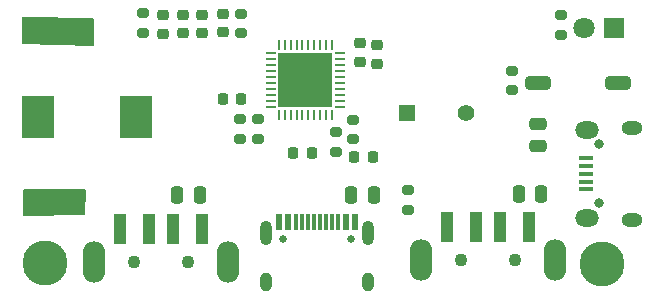
<source format=gbr>
%TF.GenerationSoftware,KiCad,Pcbnew,9.0.3*%
%TF.CreationDate,2025-09-25T12:47:50+01:00*%
%TF.ProjectId,power_bank,706f7765-725f-4626-916e-6b2e6b696361,rev?*%
%TF.SameCoordinates,Original*%
%TF.FileFunction,Soldermask,Top*%
%TF.FilePolarity,Negative*%
%FSLAX46Y46*%
G04 Gerber Fmt 4.6, Leading zero omitted, Abs format (unit mm)*
G04 Created by KiCad (PCBNEW 9.0.3) date 2025-09-25 12:47:50*
%MOMM*%
%LPD*%
G01*
G04 APERTURE LIST*
G04 Aperture macros list*
%AMRoundRect*
0 Rectangle with rounded corners*
0 $1 Rounding radius*
0 $2 $3 $4 $5 $6 $7 $8 $9 X,Y pos of 4 corners*
0 Add a 4 corners polygon primitive as box body*
4,1,4,$2,$3,$4,$5,$6,$7,$8,$9,$2,$3,0*
0 Add four circle primitives for the rounded corners*
1,1,$1+$1,$2,$3*
1,1,$1+$1,$4,$5*
1,1,$1+$1,$6,$7*
1,1,$1+$1,$8,$9*
0 Add four rect primitives between the rounded corners*
20,1,$1+$1,$2,$3,$4,$5,0*
20,1,$1+$1,$4,$5,$6,$7,0*
20,1,$1+$1,$6,$7,$8,$9,0*
20,1,$1+$1,$8,$9,$2,$3,0*%
G04 Aperture macros list end*
%ADD10RoundRect,0.225000X-0.250000X0.225000X-0.250000X-0.225000X0.250000X-0.225000X0.250000X0.225000X0*%
%ADD11RoundRect,0.218750X-0.256250X0.218750X-0.256250X-0.218750X0.256250X-0.218750X0.256250X0.218750X0*%
%ADD12RoundRect,0.225000X-0.225000X-0.250000X0.225000X-0.250000X0.225000X0.250000X-0.225000X0.250000X0*%
%ADD13RoundRect,0.250000X0.830000X0.310000X-0.830000X0.310000X-0.830000X-0.310000X0.830000X-0.310000X0*%
%ADD14RoundRect,0.062500X-0.350000X-0.062500X0.350000X-0.062500X0.350000X0.062500X-0.350000X0.062500X0*%
%ADD15RoundRect,0.062500X-0.062500X-0.350000X0.062500X-0.350000X0.062500X0.350000X-0.062500X0.350000X0*%
%ADD16R,4.600000X4.600000*%
%ADD17C,3.800000*%
%ADD18RoundRect,0.200000X-0.275000X0.200000X-0.275000X-0.200000X0.275000X-0.200000X0.275000X0.200000X0*%
%ADD19RoundRect,0.218750X0.218750X0.256250X-0.218750X0.256250X-0.218750X-0.256250X0.218750X-0.256250X0*%
%ADD20RoundRect,0.218750X0.256250X-0.218750X0.256250X0.218750X-0.256250X0.218750X-0.256250X-0.218750X0*%
%ADD21RoundRect,0.250000X-0.250000X-0.475000X0.250000X-0.475000X0.250000X0.475000X-0.250000X0.475000X0*%
%ADD22RoundRect,0.200000X0.275000X-0.200000X0.275000X0.200000X-0.275000X0.200000X-0.275000X-0.200000X0*%
%ADD23RoundRect,0.250000X0.250000X0.475000X-0.250000X0.475000X-0.250000X-0.475000X0.250000X-0.475000X0*%
%ADD24O,0.800000X0.800000*%
%ADD25R,1.300000X0.450000*%
%ADD26O,1.800000X1.150000*%
%ADD27O,2.000000X1.450000*%
%ADD28RoundRect,0.102000X-0.600000X-0.600000X0.600000X-0.600000X0.600000X0.600000X-0.600000X0.600000X0*%
%ADD29C,1.404000*%
%ADD30C,1.100000*%
%ADD31R,1.100000X2.500000*%
%ADD32O,1.900000X3.500000*%
%ADD33R,2.700000X3.600000*%
%ADD34RoundRect,0.250000X0.475000X-0.250000X0.475000X0.250000X-0.475000X0.250000X-0.475000X-0.250000X0*%
%ADD35R,1.800000X1.800000*%
%ADD36C,1.800000*%
%ADD37C,0.650000*%
%ADD38R,0.600000X1.450000*%
%ADD39R,0.300000X1.450000*%
%ADD40O,1.000000X2.100000*%
%ADD41O,1.000000X1.600000*%
G04 APERTURE END LIST*
D10*
%TO.C,CIN1..7*%
X121650000Y-98760000D03*
X121650000Y-100310000D03*
%TD*%
D11*
%TO.C,D6*%
X103480000Y-96202500D03*
X103480000Y-97777500D03*
%TD*%
D10*
%TO.C,CIN1..8*%
X120160000Y-98590000D03*
X120160000Y-100140000D03*
%TD*%
D12*
%TO.C,CIN1..3*%
X114535000Y-107870000D03*
X116085000Y-107870000D03*
%TD*%
D13*
%TO.C,SW1*%
X141985000Y-101960000D03*
X135255000Y-101960000D03*
%TD*%
D14*
%TO.C,U4*%
X112617500Y-99435000D03*
X112617500Y-99935000D03*
X112617500Y-100435000D03*
X112617500Y-100935000D03*
X112617500Y-101435000D03*
X112617500Y-101935000D03*
X112617500Y-102435000D03*
X112617500Y-102935000D03*
X112617500Y-103435000D03*
X112617500Y-103935000D03*
D15*
X113305000Y-104622500D03*
X113805000Y-104622500D03*
X114305000Y-104622500D03*
X114805000Y-104622500D03*
X115305000Y-104622500D03*
X115805000Y-104622500D03*
X116305000Y-104622500D03*
X116805000Y-104622500D03*
X117305000Y-104622500D03*
X117805000Y-104622500D03*
D14*
X118492500Y-103935000D03*
X118492500Y-103435000D03*
X118492500Y-102935000D03*
X118492500Y-102435000D03*
X118492500Y-101935000D03*
X118492500Y-101435000D03*
X118492500Y-100935000D03*
X118492500Y-100435000D03*
X118492500Y-99935000D03*
X118492500Y-99435000D03*
D15*
X117805000Y-98747500D03*
X117305000Y-98747500D03*
X116805000Y-98747500D03*
X116305000Y-98747500D03*
X115805000Y-98747500D03*
X115305000Y-98747500D03*
X114805000Y-98747500D03*
X114305000Y-98747500D03*
X113805000Y-98747500D03*
X113305000Y-98747500D03*
D16*
X115555000Y-101685000D03*
%TD*%
D17*
%TO.C,H2*%
X93530000Y-117160000D03*
%TD*%
D18*
%TO.C,R4*%
X110130000Y-96075000D03*
X110130000Y-97725000D03*
%TD*%
D19*
%TO.C,D4*%
X121247500Y-108180000D03*
X119672500Y-108180000D03*
%TD*%
D20*
%TO.C,D1*%
X108550000Y-97655000D03*
X108550000Y-96080000D03*
%TD*%
D21*
%TO.C,CIN1..10*%
X133640000Y-111370000D03*
X135540000Y-111370000D03*
%TD*%
D18*
%TO.C,R1*%
X124240000Y-111025000D03*
X124240000Y-112675000D03*
%TD*%
D22*
%TO.C,R5*%
X101840000Y-97705000D03*
X101840000Y-96055000D03*
%TD*%
D23*
%TO.C,CIN1..11*%
X106620000Y-111450000D03*
X104720000Y-111450000D03*
%TD*%
D24*
%TO.C,J4*%
X140435000Y-112135000D03*
X140435000Y-107135000D03*
D25*
X139335000Y-110935000D03*
X139335000Y-110285000D03*
X139335000Y-109635000D03*
X139335000Y-108985000D03*
X139335000Y-108335000D03*
D26*
X143185000Y-113510000D03*
D27*
X139385000Y-113360000D03*
X139385000Y-105910000D03*
D26*
X143185000Y-105760000D03*
%TD*%
D18*
%TO.C,R9*%
X109975000Y-105002500D03*
X109975000Y-106652500D03*
%TD*%
%TO.C,R8*%
X111525000Y-105032500D03*
X111525000Y-106682500D03*
%TD*%
D28*
%TO.C,C1*%
X124180000Y-104490000D03*
D29*
X129180000Y-104490000D03*
%TD*%
D17*
%TO.C,H1*%
X140640000Y-117310000D03*
%TD*%
D18*
%TO.C,R7*%
X119615000Y-105037500D03*
X119615000Y-106687500D03*
%TD*%
%TO.C,R12*%
X118120000Y-106110000D03*
X118120000Y-107760000D03*
%TD*%
D21*
%TO.C,CIN1..12*%
X119420000Y-111470000D03*
X121320000Y-111470000D03*
%TD*%
D30*
%TO.C,J1*%
X105620000Y-117070000D03*
X101020000Y-117070000D03*
D31*
X106820000Y-114320000D03*
X104320000Y-114320000D03*
X102320000Y-114320000D03*
X99820000Y-114320000D03*
D32*
X109020000Y-117070000D03*
X97620000Y-117070000D03*
%TD*%
D11*
%TO.C,D5*%
X106810000Y-96162500D03*
X106810000Y-97737500D03*
%TD*%
D18*
%TO.C,R11*%
X137180000Y-96190000D03*
X137180000Y-97840000D03*
%TD*%
D33*
%TO.C,L2*%
X101200000Y-104820000D03*
X92900000Y-104820000D03*
%TD*%
D30*
%TO.C,J2*%
X133320000Y-116920000D03*
X128720000Y-116920000D03*
D31*
X134520000Y-114170000D03*
X132020000Y-114170000D03*
X130020000Y-114170000D03*
X127520000Y-114170000D03*
D32*
X136720000Y-116920000D03*
X125320000Y-116920000D03*
%TD*%
D18*
%TO.C,R10*%
X133080000Y-100905000D03*
X133080000Y-102555000D03*
%TD*%
D12*
%TO.C,CIN1..4*%
X108535000Y-103320000D03*
X110085000Y-103320000D03*
%TD*%
D34*
%TO.C,CIN1..9*%
X135250000Y-107280000D03*
X135250000Y-105380000D03*
%TD*%
D20*
%TO.C,D2*%
X105150000Y-97750000D03*
X105150000Y-96175000D03*
%TD*%
D35*
%TO.C,D3*%
X141710000Y-97330000D03*
D36*
X139170000Y-97330000D03*
%TD*%
D37*
%TO.C,J5*%
X113640000Y-115180000D03*
X119420000Y-115180000D03*
D38*
X113280000Y-113735000D03*
X114080000Y-113735000D03*
D39*
X115280000Y-113735000D03*
X116280000Y-113735000D03*
X116780000Y-113735000D03*
X117780000Y-113735000D03*
D38*
X118980000Y-113735000D03*
X119780000Y-113735000D03*
X119780000Y-113735000D03*
X118980000Y-113735000D03*
D39*
X118280000Y-113735000D03*
X117280000Y-113735000D03*
X115780000Y-113735000D03*
X114780000Y-113735000D03*
D38*
X114080000Y-113735000D03*
X113280000Y-113735000D03*
D40*
X112210000Y-114650000D03*
D41*
X112210000Y-118830000D03*
D40*
X120850000Y-114650000D03*
D41*
X120850000Y-118830000D03*
%TD*%
G36*
X97527817Y-96418209D02*
G01*
X97594561Y-96438874D01*
X97639537Y-96492343D01*
X97650000Y-96542196D01*
X97650000Y-98662293D01*
X97630315Y-98729332D01*
X97577511Y-98775087D01*
X97522349Y-98786239D01*
X91660349Y-98613545D01*
X91593918Y-98591895D01*
X91549738Y-98537767D01*
X91540000Y-98489599D01*
X91540000Y-96650005D01*
X91522898Y-96467586D01*
X91536239Y-96399002D01*
X91584542Y-96348518D01*
X91648174Y-96332025D01*
X97527817Y-96418209D01*
G37*
G36*
X96825012Y-110939289D02*
G01*
X96891938Y-110959354D01*
X96937392Y-111012417D01*
X96948295Y-111064978D01*
X96921639Y-113019747D01*
X96901043Y-113086512D01*
X96847620Y-113131542D01*
X96799752Y-113142038D01*
X91737742Y-113227834D01*
X91670379Y-113209289D01*
X91623736Y-113157268D01*
X91611651Y-113102249D01*
X91638410Y-111032924D01*
X91658960Y-110966144D01*
X91712351Y-110921076D01*
X91763105Y-110910529D01*
X96825012Y-110939289D01*
G37*
M02*

</source>
